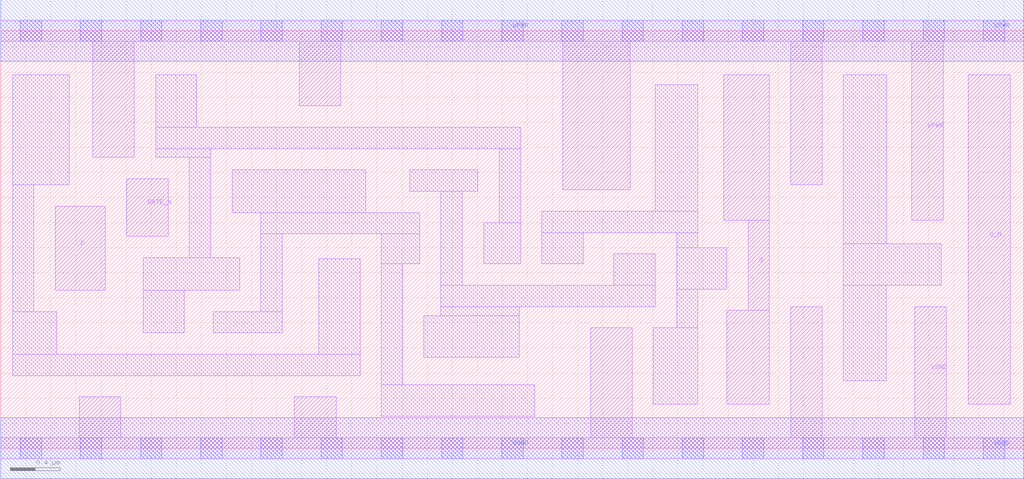
<source format=lef>
# Copyright 2020 The SkyWater PDK Authors
#
# Licensed under the Apache License, Version 2.0 (the "License");
# you may not use this file except in compliance with the License.
# You may obtain a copy of the License at
#
#     https://www.apache.org/licenses/LICENSE-2.0
#
# Unless required by applicable law or agreed to in writing, software
# distributed under the License is distributed on an "AS IS" BASIS,
# WITHOUT WARRANTIES OR CONDITIONS OF ANY KIND, either express or implied.
# See the License for the specific language governing permissions and
# limitations under the License.
#
# SPDX-License-Identifier: Apache-2.0

VERSION 5.7 ;
  NAMESCASESENSITIVE ON ;
  NOWIREEXTENSIONATPIN ON ;
  DIVIDERCHAR "/" ;
  BUSBITCHARS "[]" ;
UNITS
  DATABASE MICRONS 200 ;
END UNITS
MACRO sky130_fd_sc_ls__dlxbn_1
  CLASS CORE ;
  SOURCE USER ;
  FOREIGN sky130_fd_sc_ls__dlxbn_1 ;
  ORIGIN  0.000000  0.000000 ;
  SIZE  8.160000 BY  3.330000 ;
  SYMMETRY X Y ;
  SITE unit ;
  PIN D
    ANTENNAGATEAREA  0.208500 ;
    DIRECTION INPUT ;
    USE SIGNAL ;
    PORT
      LAYER li1 ;
        RECT 0.435000 1.260000 0.835000 1.930000 ;
    END
  END D
  PIN Q
    ANTENNADIFFAREA  0.524500 ;
    DIRECTION OUTPUT ;
    USE SIGNAL ;
    PORT
      LAYER li1 ;
        RECT 5.765000 1.820000 6.130000 2.980000 ;
        RECT 5.790000 0.350000 6.130000 1.100000 ;
        RECT 5.960000 1.100000 6.130000 1.820000 ;
    END
  END Q
  PIN Q_N
    ANTENNADIFFAREA  0.537600 ;
    DIRECTION OUTPUT ;
    USE SIGNAL ;
    PORT
      LAYER li1 ;
        RECT 7.715000 0.350000 8.050000 2.980000 ;
    END
  END Q_N
  PIN GATE_N
    ANTENNAGATEAREA  0.237000 ;
    DIRECTION INPUT ;
    USE CLOCK ;
    PORT
      LAYER li1 ;
        RECT 1.005000 1.690000 1.335000 2.150000 ;
    END
  END GATE_N
  PIN VGND
    DIRECTION INOUT ;
    SHAPE ABUTMENT ;
    USE GROUND ;
    PORT
      LAYER li1 ;
        RECT 0.000000 -0.085000 8.160000 0.085000 ;
        RECT 0.625000  0.085000 0.955000 0.410000 ;
        RECT 2.340000  0.085000 2.675000 0.410000 ;
        RECT 4.705000  0.085000 5.035000 0.960000 ;
        RECT 6.300000  0.085000 6.550000 1.130000 ;
        RECT 7.290000  0.085000 7.540000 1.130000 ;
      LAYER mcon ;
        RECT 0.155000 -0.085000 0.325000 0.085000 ;
        RECT 0.635000 -0.085000 0.805000 0.085000 ;
        RECT 1.115000 -0.085000 1.285000 0.085000 ;
        RECT 1.595000 -0.085000 1.765000 0.085000 ;
        RECT 2.075000 -0.085000 2.245000 0.085000 ;
        RECT 2.555000 -0.085000 2.725000 0.085000 ;
        RECT 3.035000 -0.085000 3.205000 0.085000 ;
        RECT 3.515000 -0.085000 3.685000 0.085000 ;
        RECT 3.995000 -0.085000 4.165000 0.085000 ;
        RECT 4.475000 -0.085000 4.645000 0.085000 ;
        RECT 4.955000 -0.085000 5.125000 0.085000 ;
        RECT 5.435000 -0.085000 5.605000 0.085000 ;
        RECT 5.915000 -0.085000 6.085000 0.085000 ;
        RECT 6.395000 -0.085000 6.565000 0.085000 ;
        RECT 6.875000 -0.085000 7.045000 0.085000 ;
        RECT 7.355000 -0.085000 7.525000 0.085000 ;
        RECT 7.835000 -0.085000 8.005000 0.085000 ;
      LAYER met1 ;
        RECT 0.000000 -0.245000 8.160000 0.245000 ;
    END
  END VGND
  PIN VPWR
    DIRECTION INOUT ;
    SHAPE ABUTMENT ;
    USE POWER ;
    PORT
      LAYER li1 ;
        RECT 0.000000 3.245000 8.160000 3.415000 ;
        RECT 0.735000 2.320000 1.065000 3.245000 ;
        RECT 2.380000 2.730000 2.710000 3.245000 ;
        RECT 4.480000 2.060000 5.020000 3.245000 ;
        RECT 6.300000 2.100000 6.550000 3.245000 ;
        RECT 7.265000 1.820000 7.515000 3.245000 ;
      LAYER mcon ;
        RECT 0.155000 3.245000 0.325000 3.415000 ;
        RECT 0.635000 3.245000 0.805000 3.415000 ;
        RECT 1.115000 3.245000 1.285000 3.415000 ;
        RECT 1.595000 3.245000 1.765000 3.415000 ;
        RECT 2.075000 3.245000 2.245000 3.415000 ;
        RECT 2.555000 3.245000 2.725000 3.415000 ;
        RECT 3.035000 3.245000 3.205000 3.415000 ;
        RECT 3.515000 3.245000 3.685000 3.415000 ;
        RECT 3.995000 3.245000 4.165000 3.415000 ;
        RECT 4.475000 3.245000 4.645000 3.415000 ;
        RECT 4.955000 3.245000 5.125000 3.415000 ;
        RECT 5.435000 3.245000 5.605000 3.415000 ;
        RECT 5.915000 3.245000 6.085000 3.415000 ;
        RECT 6.395000 3.245000 6.565000 3.415000 ;
        RECT 6.875000 3.245000 7.045000 3.415000 ;
        RECT 7.355000 3.245000 7.525000 3.415000 ;
        RECT 7.835000 3.245000 8.005000 3.415000 ;
      LAYER met1 ;
        RECT 0.000000 3.085000 8.160000 3.575000 ;
    END
  END VPWR
  OBS
    LAYER li1 ;
      RECT 0.095000 0.580000 2.865000 0.750000 ;
      RECT 0.095000 0.750000 0.445000 1.090000 ;
      RECT 0.095000 1.090000 0.265000 2.100000 ;
      RECT 0.095000 2.100000 0.545000 2.980000 ;
      RECT 1.135000 0.920000 1.465000 1.260000 ;
      RECT 1.135000 1.260000 1.905000 1.520000 ;
      RECT 1.235000 2.320000 1.675000 2.390000 ;
      RECT 1.235000 2.390000 4.145000 2.560000 ;
      RECT 1.235000 2.560000 1.565000 2.980000 ;
      RECT 1.505000 1.520000 1.675000 2.320000 ;
      RECT 1.695000 0.920000 2.245000 1.090000 ;
      RECT 1.845000 1.880000 2.910000 2.220000 ;
      RECT 2.075000 1.090000 2.245000 1.710000 ;
      RECT 2.075000 1.710000 3.340000 1.880000 ;
      RECT 2.535000 0.750000 2.865000 1.510000 ;
      RECT 3.035000 0.255000 4.260000 0.505000 ;
      RECT 3.035000 0.505000 3.205000 1.470000 ;
      RECT 3.035000 1.470000 3.340000 1.710000 ;
      RECT 3.260000 2.050000 3.805000 2.220000 ;
      RECT 3.375000 0.725000 4.135000 1.055000 ;
      RECT 3.510000 1.055000 4.135000 1.130000 ;
      RECT 3.510000 1.130000 5.220000 1.300000 ;
      RECT 3.510000 1.300000 3.680000 2.050000 ;
      RECT 3.850000 1.470000 4.145000 1.800000 ;
      RECT 3.975000 1.800000 4.145000 2.390000 ;
      RECT 4.315000 1.470000 4.645000 1.720000 ;
      RECT 4.315000 1.720000 5.560000 1.890000 ;
      RECT 4.890000 1.300000 5.220000 1.550000 ;
      RECT 5.205000 0.350000 5.560000 0.960000 ;
      RECT 5.220000 1.890000 5.560000 2.900000 ;
      RECT 5.390000 0.960000 5.560000 1.270000 ;
      RECT 5.390000 1.270000 5.790000 1.600000 ;
      RECT 5.390000 1.600000 5.560000 1.720000 ;
      RECT 6.720000 0.540000 7.060000 1.300000 ;
      RECT 6.720000 1.300000 7.500000 1.630000 ;
      RECT 6.720000 1.630000 7.065000 2.980000 ;
  END
END sky130_fd_sc_ls__dlxbn_1

</source>
